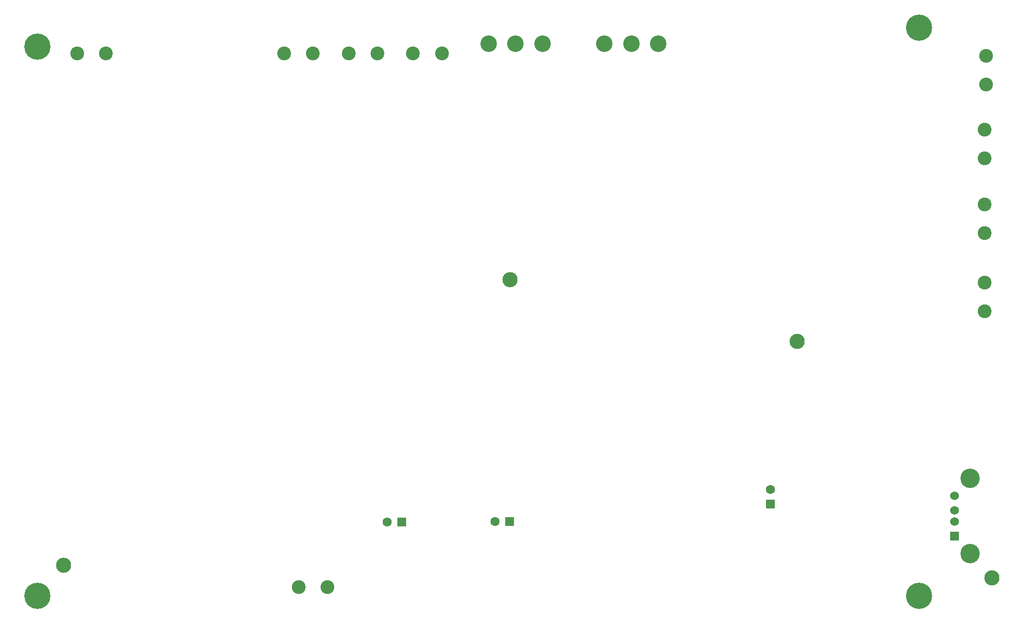
<source format=gbs>
G04*
G04 #@! TF.GenerationSoftware,Altium Limited,Altium Designer,22.8.2 (66)*
G04*
G04 Layer_Color=16711935*
%FSLAX25Y25*%
%MOIN*%
G70*
G04*
G04 #@! TF.SameCoordinates,B200CC57-BB18-49EB-B43A-6B17B7EBAB9B*
G04*
G04*
G04 #@! TF.FilePolarity,Negative*
G04*
G01*
G75*
%ADD124C,0.10400*%
%ADD125C,0.09455*%
%ADD126C,0.17992*%
%ADD127R,0.06022X0.06022*%
%ADD128C,0.06022*%
%ADD129C,0.13298*%
%ADD130C,0.11325*%
%ADD131R,0.06306X0.06306*%
%ADD132C,0.06306*%
%ADD133R,0.06306X0.06306*%
D124*
X17900Y24200D02*
D03*
X324200Y220000D02*
D03*
X655000Y15500D02*
D03*
X521200Y177900D02*
D03*
D125*
X198843Y9000D02*
D03*
X179157D02*
D03*
X257757Y375500D02*
D03*
X277443D02*
D03*
X213558D02*
D03*
X233243D02*
D03*
X169358D02*
D03*
X189042D02*
D03*
X46843D02*
D03*
X27158D02*
D03*
X651000Y354157D02*
D03*
Y373843D02*
D03*
X650000Y303315D02*
D03*
Y323000D02*
D03*
Y252157D02*
D03*
Y271843D02*
D03*
Y198315D02*
D03*
Y218000D02*
D03*
D126*
X605000Y3000D02*
D03*
X0D02*
D03*
X605000Y393000D02*
D03*
X0Y380000D02*
D03*
D127*
X629331Y44221D02*
D03*
D128*
Y54063D02*
D03*
Y61937D02*
D03*
Y71780D02*
D03*
D129*
X640000Y32134D02*
D03*
Y83866D02*
D03*
D130*
X389096Y382100D02*
D03*
X407600D02*
D03*
X426104D02*
D03*
X309596D02*
D03*
X328100D02*
D03*
X346604D02*
D03*
D131*
X324000Y54000D02*
D03*
X249976Y53709D02*
D03*
D132*
X314000Y54000D02*
D03*
X239976Y53709D02*
D03*
X503000Y76000D02*
D03*
D133*
Y66000D02*
D03*
M02*

</source>
